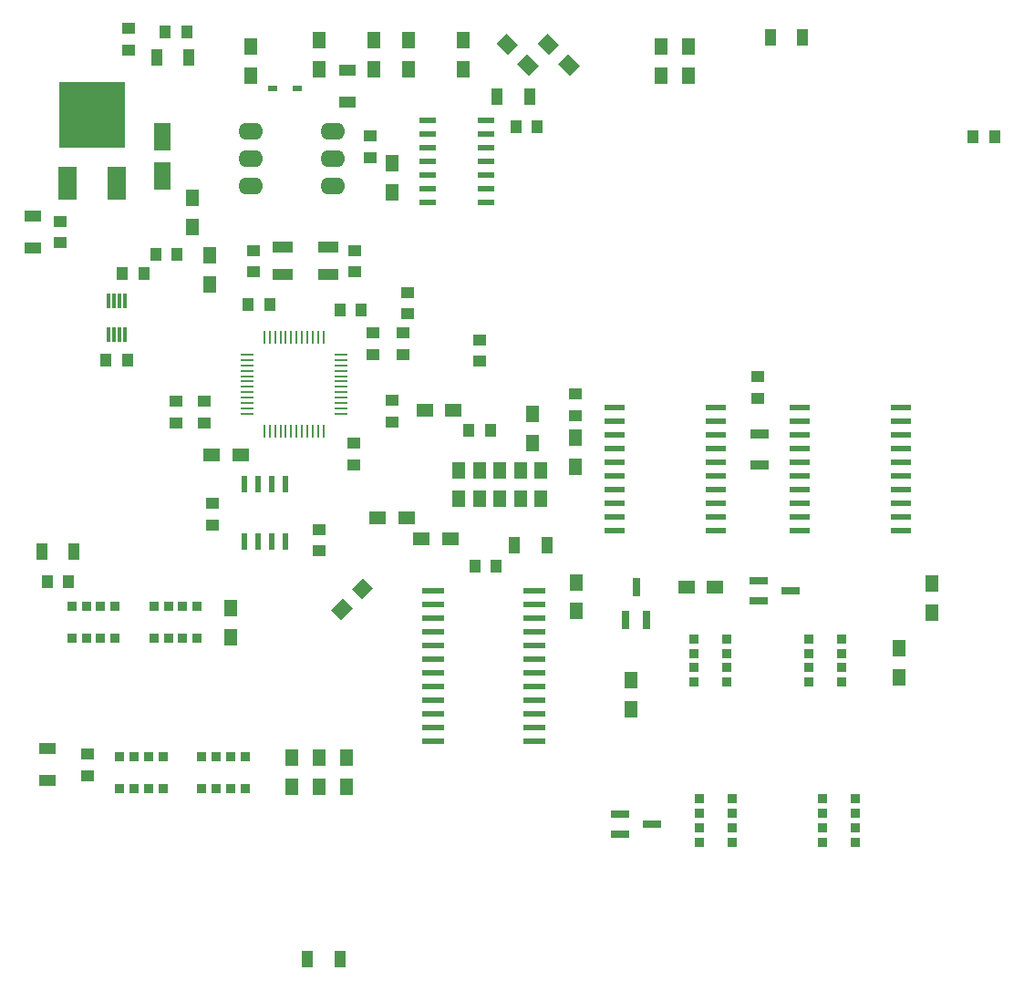
<source format=gbr>
G04 #@! TF.FileFunction,Paste,Top*
%FSLAX46Y46*%
G04 Gerber Fmt 4.6, Leading zero omitted, Abs format (unit mm)*
G04 Created by KiCad (PCBNEW 4.0.2+e4-6225~38~ubuntu15.04.1-stable) date Do 30 Jun 2016 00:48:15 CEST*
%MOMM*%
G01*
G04 APERTURE LIST*
%ADD10C,0.150000*%
%ADD11R,0.900000X0.900000*%
%ADD12R,1.900000X1.100000*%
%ADD13R,1.250000X1.000000*%
%ADD14R,1.000000X1.250000*%
%ADD15R,2.000000X0.600000*%
%ADD16R,1.950000X0.600000*%
%ADD17O,2.286000X1.574800*%
%ADD18R,1.500000X0.600000*%
%ADD19R,1.300000X1.500000*%
%ADD20R,1.500000X1.300000*%
%ADD21R,1.700000X0.900000*%
%ADD22R,0.600000X1.550000*%
%ADD23R,0.800100X1.800860*%
%ADD24R,1.800860X0.800100*%
%ADD25R,1.000000X1.600000*%
%ADD26R,1.600000X1.000000*%
%ADD27R,1.651000X3.048000*%
%ADD28R,6.096000X6.096000*%
%ADD29R,0.250000X1.300000*%
%ADD30R,1.300000X0.250000*%
%ADD31R,1.600200X2.600960*%
%ADD32R,0.900000X0.600000*%
%ADD33C,0.050000*%
%ADD34R,0.300000X1.450000*%
G04 APERTURE END LIST*
D10*
D11*
X5870000Y-67490280D03*
X9870000Y-67490280D03*
X7210000Y-67490280D03*
X8530000Y-67490280D03*
X7210000Y-64490280D03*
X5870000Y-64490280D03*
X9870000Y-64490280D03*
X8530000Y-64490280D03*
D12*
X25421400Y-31192280D03*
X29688600Y-33732280D03*
X29688600Y-31192280D03*
X25421400Y-33732280D03*
D13*
X22729000Y-31462280D03*
X22729000Y-33462280D03*
X32127000Y-33462280D03*
X32127000Y-31462280D03*
X33841500Y-41145780D03*
X33841500Y-39145780D03*
X36572000Y-41145780D03*
X36572000Y-39145780D03*
X15490000Y-45478000D03*
X15490000Y-47478000D03*
X28825000Y-59370280D03*
X28825000Y-57370280D03*
X52574000Y-44797280D03*
X52574000Y-46797280D03*
D14*
X49065500Y-19952780D03*
X47065500Y-19952780D03*
X43255500Y-60829000D03*
X45255500Y-60829000D03*
D13*
X4750000Y-30750000D03*
X4750000Y-28750000D03*
X33550000Y-20850000D03*
X33550000Y-22850000D03*
D15*
X39365000Y-63115000D03*
X39365000Y-64385000D03*
X39365000Y-65655000D03*
X39365000Y-66925000D03*
X39365000Y-68195000D03*
X39365000Y-69465000D03*
X39365000Y-70735000D03*
X39365000Y-72005000D03*
X39365000Y-73275000D03*
X39365000Y-74545000D03*
X39365000Y-75815000D03*
X39365000Y-77085000D03*
X48765000Y-77085000D03*
X48765000Y-75815000D03*
X48765000Y-74545000D03*
X48765000Y-73275000D03*
X48765000Y-72005000D03*
X48765000Y-70735000D03*
X48765000Y-69465000D03*
X48765000Y-68195000D03*
X48765000Y-66925000D03*
X48765000Y-65655000D03*
X48765000Y-64385000D03*
X48765000Y-63115000D03*
D16*
X73401000Y-46051280D03*
X73401000Y-47321280D03*
X73401000Y-48591280D03*
X73401000Y-49861280D03*
X73401000Y-51131280D03*
X73401000Y-52401280D03*
X73401000Y-53671280D03*
X73401000Y-54941280D03*
X73401000Y-56211280D03*
X73401000Y-57481280D03*
X82801000Y-57481280D03*
X82801000Y-56211280D03*
X82801000Y-54941280D03*
X82801000Y-53671280D03*
X82801000Y-52401280D03*
X82801000Y-51131280D03*
X82801000Y-49861280D03*
X82801000Y-48591280D03*
X82801000Y-47321280D03*
X82801000Y-46051280D03*
D17*
X22475000Y-20443000D03*
X22475000Y-22983000D03*
X22475000Y-25523000D03*
X30095000Y-25523000D03*
X30095000Y-22983000D03*
X30095000Y-20443000D03*
D18*
X38885000Y-19420280D03*
X38885000Y-20690280D03*
X38885000Y-21960280D03*
X38885000Y-23230280D03*
X38885000Y-24500280D03*
X38885000Y-25770280D03*
X38885000Y-27040280D03*
X44285000Y-27040280D03*
X44285000Y-25770280D03*
X44285000Y-24500280D03*
X44285000Y-23230280D03*
X44285000Y-21960280D03*
X44285000Y-20690280D03*
X44285000Y-19420280D03*
D19*
X26285000Y-78610280D03*
X26285000Y-81310280D03*
X20570000Y-67386000D03*
X20570000Y-64686000D03*
X28825000Y-78610280D03*
X28825000Y-81310280D03*
X31365000Y-81310280D03*
X31365000Y-78610280D03*
X52701000Y-62273000D03*
X52701000Y-64973000D03*
X22475000Y-12570280D03*
X22475000Y-15270280D03*
X35585000Y-26080280D03*
X35585000Y-23380280D03*
X60575000Y-15270280D03*
X60575000Y-12570280D03*
X63115000Y-15270280D03*
X63115000Y-12570280D03*
D10*
G36*
X49184543Y-14310585D02*
X48265305Y-15229823D01*
X47204645Y-14169163D01*
X48123883Y-13249925D01*
X49184543Y-14310585D01*
X49184543Y-14310585D01*
G37*
G36*
X47275355Y-12401397D02*
X46356117Y-13320635D01*
X45295457Y-12259975D01*
X46214695Y-11340737D01*
X47275355Y-12401397D01*
X47275355Y-12401397D01*
G37*
G36*
X52994543Y-14310585D02*
X52075305Y-15229823D01*
X51014645Y-14169163D01*
X51933883Y-13249925D01*
X52994543Y-14310585D01*
X52994543Y-14310585D01*
G37*
G36*
X51085355Y-12401397D02*
X50166117Y-13320635D01*
X49105457Y-12259975D01*
X50024695Y-11340737D01*
X51085355Y-12401397D01*
X51085355Y-12401397D01*
G37*
D19*
X42160000Y-14635280D03*
X42160000Y-11935280D03*
X37080000Y-14635280D03*
X37080000Y-11935280D03*
X33905000Y-14635280D03*
X33905000Y-11935280D03*
X28825000Y-14635280D03*
X28825000Y-11935280D03*
X48600000Y-46650000D03*
X48600000Y-49350000D03*
D20*
X34269500Y-56320500D03*
X36969500Y-56320500D03*
D19*
X85750000Y-62400000D03*
X85750000Y-65100000D03*
D20*
X65600000Y-62750000D03*
X62900000Y-62750000D03*
D19*
X82673000Y-68450280D03*
X82673000Y-71150280D03*
X57750000Y-71400000D03*
X57750000Y-74100000D03*
X52574000Y-48892280D03*
X52574000Y-51592280D03*
D21*
X69719000Y-48474780D03*
X69719000Y-51374780D03*
D20*
X18839000Y-50496280D03*
X21539000Y-50496280D03*
D22*
X21840000Y-58530280D03*
X23110000Y-58530280D03*
X24380000Y-58530280D03*
X25650000Y-58530280D03*
X25650000Y-53130280D03*
X24380000Y-53130280D03*
X23110000Y-53130280D03*
X21840000Y-53130280D03*
D10*
G36*
X30847695Y-65758043D02*
X29928457Y-64838805D01*
X30989117Y-63778145D01*
X31908355Y-64697383D01*
X30847695Y-65758043D01*
X30847695Y-65758043D01*
G37*
G36*
X32756883Y-63848855D02*
X31837645Y-62929617D01*
X32898305Y-61868957D01*
X33817543Y-62788195D01*
X32756883Y-63848855D01*
X32756883Y-63848855D01*
G37*
D23*
X57300000Y-65751140D03*
X59200000Y-65751140D03*
X58250000Y-62748860D03*
D24*
X56748860Y-83800000D03*
X56748860Y-85700000D03*
X59751140Y-84750000D03*
X69614860Y-62119280D03*
X69614860Y-64019280D03*
X72617140Y-63069280D03*
D25*
X45359000Y-17222280D03*
X48359000Y-17222280D03*
X30750000Y-97250000D03*
X27750000Y-97250000D03*
D26*
X31428500Y-17706280D03*
X31428500Y-14706280D03*
D25*
X73695500Y-11697780D03*
X70695500Y-11697780D03*
D14*
X13650000Y-31850000D03*
X15650000Y-31850000D03*
X91550000Y-20950000D03*
X89550000Y-20950000D03*
D13*
X7298500Y-78261780D03*
X7298500Y-80261780D03*
D14*
X5568000Y-62226000D03*
X3568000Y-62226000D03*
D26*
X3628200Y-77698280D03*
X3628200Y-80698280D03*
D25*
X6068000Y-59432000D03*
X3068000Y-59432000D03*
D14*
X11029000Y-41652000D03*
X9029000Y-41652000D03*
D13*
X32000000Y-51400000D03*
X32000000Y-49400000D03*
X18157000Y-45478000D03*
X18157000Y-47478000D03*
X35600000Y-45400000D03*
X35600000Y-47400000D03*
D14*
X30750000Y-37000000D03*
X32750000Y-37000000D03*
X10553000Y-33651000D03*
X12553000Y-33651000D03*
D27*
X5464000Y-25250280D03*
D28*
X7750000Y-18900280D03*
D27*
X10036000Y-25250280D03*
D29*
X29225500Y-39542280D03*
X28725500Y-39542280D03*
X28225500Y-39542280D03*
X27725500Y-39542280D03*
X27225500Y-39542280D03*
X26725500Y-39542280D03*
X26225500Y-39542280D03*
X25725500Y-39542280D03*
X25225500Y-39542280D03*
X24725500Y-39542280D03*
X24225500Y-39542280D03*
X23725500Y-39542280D03*
D30*
X22125500Y-41142280D03*
X22125500Y-41642280D03*
X22125500Y-42142280D03*
X22125500Y-42642280D03*
X22125500Y-43142280D03*
X22125500Y-43642280D03*
X22125500Y-44142280D03*
X22125500Y-44642280D03*
X22125500Y-45142280D03*
X22125500Y-45642280D03*
X22125500Y-46142280D03*
X22125500Y-46642280D03*
D29*
X23725500Y-48242280D03*
X24225500Y-48242280D03*
X24725500Y-48242280D03*
X25225500Y-48242280D03*
X25725500Y-48242280D03*
X26225500Y-48242280D03*
X26725500Y-48242280D03*
X27225500Y-48242280D03*
X27725500Y-48242280D03*
X28225500Y-48242280D03*
X28725500Y-48242280D03*
X29225500Y-48242280D03*
D30*
X30825500Y-46642280D03*
X30825500Y-46142280D03*
X30825500Y-45642280D03*
X30825500Y-45142280D03*
X30825500Y-44642280D03*
X30825500Y-44142280D03*
X30825500Y-43642280D03*
X30825500Y-43142280D03*
X30825500Y-42642280D03*
X30825500Y-42142280D03*
X30825500Y-41642280D03*
X30825500Y-41142280D03*
D26*
X2250000Y-28250000D03*
X2250000Y-31250000D03*
D31*
X14250000Y-24551140D03*
X14250000Y-20949420D03*
D14*
X24250000Y-36450000D03*
X22250000Y-36450000D03*
D19*
X18650000Y-34600000D03*
X18650000Y-31900000D03*
D13*
X37000000Y-35350000D03*
X37000000Y-37350000D03*
D11*
X64155000Y-82405280D03*
X64155000Y-86405280D03*
X64155000Y-83745280D03*
X64155000Y-85065280D03*
X67155000Y-83745280D03*
X67155000Y-82405280D03*
X67155000Y-86405280D03*
X67155000Y-85065280D03*
X75585000Y-82405280D03*
X75585000Y-86405280D03*
X75585000Y-83745280D03*
X75585000Y-85065280D03*
X78585000Y-83745280D03*
X78585000Y-82405280D03*
X78585000Y-86405280D03*
X78585000Y-85065280D03*
X66647000Y-71546280D03*
X66647000Y-67546280D03*
X66647000Y-70206280D03*
X66647000Y-68886280D03*
X63647000Y-70206280D03*
X63647000Y-71546280D03*
X63647000Y-67546280D03*
X63647000Y-68886280D03*
X77315000Y-71546280D03*
X77315000Y-67546280D03*
X77315000Y-70206280D03*
X77315000Y-68886280D03*
X74315000Y-70206280D03*
X74315000Y-71546280D03*
X74315000Y-67546280D03*
X74315000Y-68886280D03*
X10315000Y-81460280D03*
X14315000Y-81460280D03*
X11655000Y-81460280D03*
X12975000Y-81460280D03*
X11655000Y-78460280D03*
X10315000Y-78460280D03*
X14315000Y-78460280D03*
X12975000Y-78460280D03*
X17935000Y-81460280D03*
X21935000Y-81460280D03*
X19275000Y-81460280D03*
X20595000Y-81460280D03*
X19275000Y-78460280D03*
X17935000Y-78460280D03*
X21935000Y-78460280D03*
X20595000Y-78460280D03*
X13490000Y-67490280D03*
X17490000Y-67490280D03*
X14830000Y-67490280D03*
X16150000Y-67490280D03*
X14830000Y-64490280D03*
X13490000Y-64490280D03*
X17490000Y-64490280D03*
X16150000Y-64490280D03*
D32*
X24507000Y-16460280D03*
X26793000Y-16460280D03*
D13*
X69528500Y-45209780D03*
X69528500Y-43209780D03*
D33*
X25777000Y-37396280D03*
X25777000Y-38196280D03*
D13*
X18919000Y-56957280D03*
X18919000Y-54957280D03*
D34*
X9279000Y-39315000D03*
X9779000Y-39315000D03*
X10279000Y-39315000D03*
X10779000Y-39315000D03*
X10779000Y-36115000D03*
X10279000Y-36115000D03*
X9779000Y-36115000D03*
X9279000Y-36115000D03*
D16*
X56256000Y-46051280D03*
X56256000Y-47321280D03*
X56256000Y-48591280D03*
X56256000Y-49861280D03*
X56256000Y-51131280D03*
X56256000Y-52401280D03*
X56256000Y-53671280D03*
X56256000Y-54941280D03*
X56256000Y-56211280D03*
X56256000Y-57481280D03*
X65656000Y-57481280D03*
X65656000Y-56211280D03*
X65656000Y-54941280D03*
X65656000Y-53671280D03*
X65656000Y-52401280D03*
X65656000Y-51131280D03*
X65656000Y-49861280D03*
X65656000Y-48591280D03*
X65656000Y-47321280D03*
X65656000Y-46051280D03*
D19*
X17050000Y-26600000D03*
X17050000Y-29300000D03*
D14*
X14550000Y-11150000D03*
X16550000Y-11150000D03*
D25*
X13750000Y-13550000D03*
X16750000Y-13550000D03*
D13*
X11150000Y-10850000D03*
X11150000Y-12850000D03*
D19*
X47494000Y-54559000D03*
X47494000Y-51859000D03*
X49399000Y-54559000D03*
X49399000Y-51859000D03*
X41779000Y-54559000D03*
X41779000Y-51859000D03*
X43684000Y-54559000D03*
X43684000Y-51859000D03*
X45589000Y-54559000D03*
X45589000Y-51859000D03*
D25*
X46946500Y-58860500D03*
X49946500Y-58860500D03*
D20*
X41033500Y-58289000D03*
X38333500Y-58289000D03*
D14*
X42700000Y-48150000D03*
X44700000Y-48150000D03*
D20*
X41300000Y-46350000D03*
X38600000Y-46350000D03*
D13*
X43750000Y-41750000D03*
X43750000Y-39750000D03*
M02*

</source>
